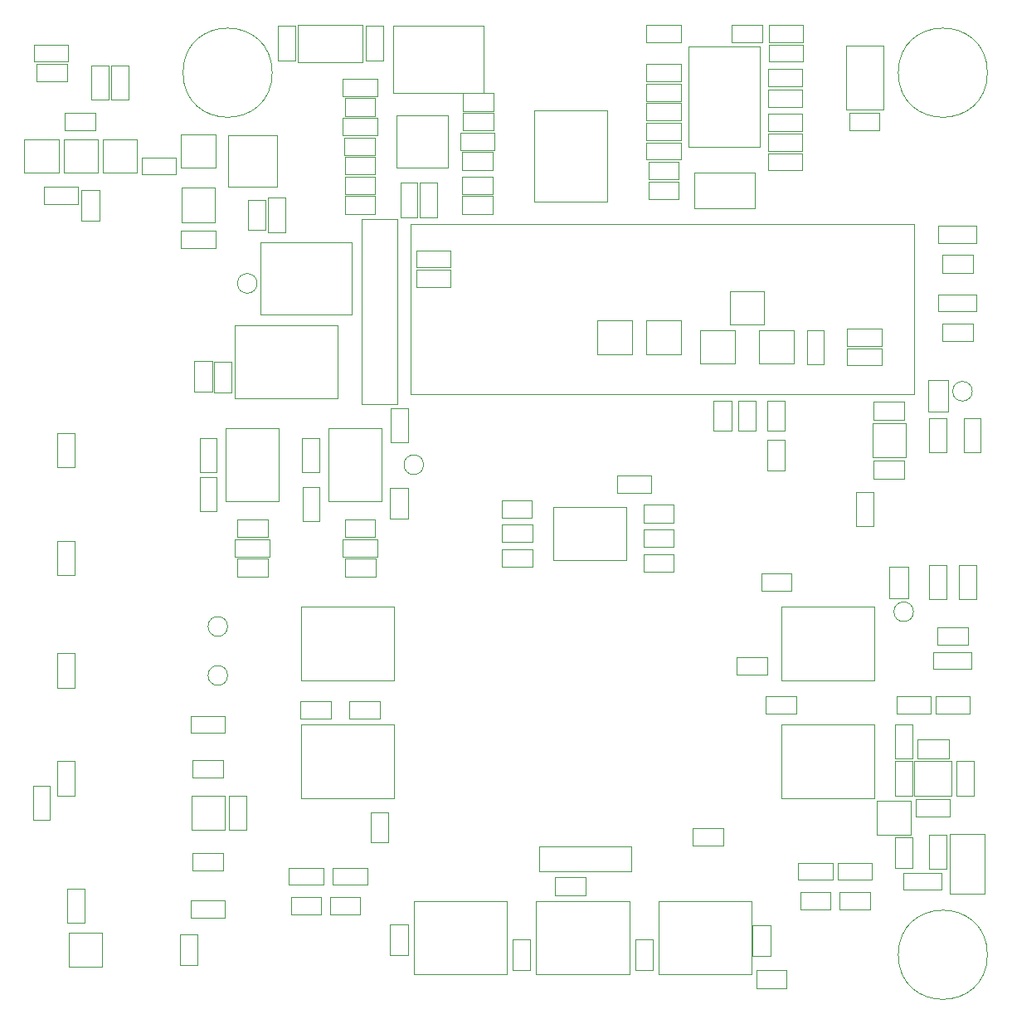
<source format=gbr>
%TF.GenerationSoftware,KiCad,Pcbnew,5.1.6*%
%TF.CreationDate,2020-08-25T15:19:02-07:00*%
%TF.ProjectId,uSDX,75534458-2e6b-4696-9361-645f70636258,2.0.3*%
%TF.SameCoordinates,Original*%
%TF.FileFunction,Other,User*%
%FSLAX46Y46*%
G04 Gerber Fmt 4.6, Leading zero omitted, Abs format (unit mm)*
G04 Created by KiCad (PCBNEW 5.1.6) date 2020-08-25 15:19:02*
%MOMM*%
%LPD*%
G01*
G04 APERTURE LIST*
%ADD10C,0.050000*%
G04 APERTURE END LIST*
D10*
%TO.C,U304*%
X72200000Y-113270000D02*
X66800000Y-113270000D01*
X72200000Y-120730000D02*
X66800000Y-120730000D01*
X72200000Y-113270000D02*
X72200000Y-120730000D01*
X66800000Y-113270000D02*
X66800000Y-120730000D01*
%TO.C,U202*%
X100270000Y-121300000D02*
X100270000Y-126700000D01*
X107730000Y-121300000D02*
X107730000Y-126700000D01*
X100270000Y-121300000D02*
X107730000Y-121300000D01*
X100270000Y-126700000D02*
X107730000Y-126700000D01*
%TO.C,U305*%
X82700000Y-113270000D02*
X77300000Y-113270000D01*
X82700000Y-120730000D02*
X77300000Y-120730000D01*
X82700000Y-113270000D02*
X82700000Y-120730000D01*
X77300000Y-113270000D02*
X77300000Y-120730000D01*
%TO.C,U201*%
X85700000Y-109800000D02*
X137050000Y-109800000D01*
X137050000Y-109800000D02*
X137050000Y-92450000D01*
X137050000Y-92450000D02*
X85700000Y-92450000D01*
X85700000Y-92450000D02*
X85700000Y-109800000D01*
%TO.C,TP306*%
X70000000Y-98500000D02*
G75*
G03*
X70000000Y-98500000I-1000000J0D01*
G01*
%TO.C,U501*%
X105700000Y-80850000D02*
X98300000Y-80850000D01*
X105700000Y-90150000D02*
X98300000Y-90150000D01*
X98300000Y-90150000D02*
X98300000Y-80850000D01*
X105700000Y-90150000D02*
X105700000Y-80850000D01*
%TO.C,H104*%
X144550000Y-167000000D02*
G75*
G03*
X144550000Y-167000000I-4550000J0D01*
G01*
%TO.C,H102*%
X71550000Y-77000000D02*
G75*
G03*
X71550000Y-77000000I-4550000J0D01*
G01*
%TO.C,H101*%
X144550000Y-77000000D02*
G75*
G03*
X144550000Y-77000000I-4550000J0D01*
G01*
%TO.C,TP202*%
X143000000Y-109500000D02*
G75*
G03*
X143000000Y-109500000I-1000000J0D01*
G01*
%TO.C,D208*%
X132800000Y-112750000D02*
X136200000Y-112750000D01*
X136200000Y-112750000D02*
X136200000Y-116250000D01*
X136200000Y-116250000D02*
X132800000Y-116250000D01*
X132800000Y-116250000D02*
X132800000Y-112750000D01*
%TO.C,C305*%
X74620000Y-117750000D02*
X74620000Y-114250000D01*
X74620000Y-117750000D02*
X76370000Y-117750000D01*
X76370000Y-114250000D02*
X74620000Y-114250000D01*
X76370000Y-114250000D02*
X76370000Y-117750000D01*
%TO.C,U203*%
X108160000Y-158480000D02*
X98840000Y-158480000D01*
X98840000Y-158480000D02*
X98840000Y-155980000D01*
X98840000Y-155980000D02*
X108160000Y-155980000D01*
X108160000Y-155980000D02*
X108160000Y-158480000D01*
%TO.C,D102*%
X136700000Y-154750000D02*
X133300000Y-154750000D01*
X133300000Y-154750000D02*
X133300000Y-151250000D01*
X133300000Y-151250000D02*
X136700000Y-151250000D01*
X136700000Y-151250000D02*
X136700000Y-154750000D01*
%TO.C,C414*%
X67130000Y-154250000D02*
X67130000Y-150750000D01*
X67130000Y-154250000D02*
X68880000Y-154250000D01*
X68880000Y-150750000D02*
X67130000Y-150750000D01*
X68880000Y-150750000D02*
X68880000Y-154250000D01*
%TO.C,C416*%
X63250000Y-142630000D02*
X66750000Y-142630000D01*
X63250000Y-142630000D02*
X63250000Y-144380000D01*
X66750000Y-144380000D02*
X66750000Y-142630000D01*
X66750000Y-144380000D02*
X63250000Y-144380000D01*
%TO.C,Q404*%
X66700000Y-150750000D02*
X66700000Y-154250000D01*
X63300000Y-150750000D02*
X66700000Y-150750000D01*
X63300000Y-154250000D02*
X63300000Y-150750000D01*
X66700000Y-154250000D02*
X63300000Y-154250000D01*
%TO.C,C422*%
X51370000Y-113750000D02*
X51370000Y-117250000D01*
X51370000Y-113750000D02*
X49620000Y-113750000D01*
X49620000Y-117250000D02*
X51370000Y-117250000D01*
X49620000Y-117250000D02*
X49620000Y-113750000D01*
%TO.C,C420*%
X51370000Y-136250000D02*
X51370000Y-139750000D01*
X51370000Y-136250000D02*
X49620000Y-136250000D01*
X49620000Y-139750000D02*
X51370000Y-139750000D01*
X49620000Y-139750000D02*
X49620000Y-136250000D01*
%TO.C,D402*%
X54200000Y-164750000D02*
X54200000Y-168250000D01*
X50800000Y-164750000D02*
X54200000Y-164750000D01*
X50800000Y-168250000D02*
X50800000Y-164750000D01*
X54200000Y-168250000D02*
X50800000Y-168250000D01*
%TO.C,U302*%
X70350000Y-94300000D02*
X70350000Y-101700000D01*
X79650000Y-94300000D02*
X79650000Y-101700000D01*
X79650000Y-101700000D02*
X70350000Y-101700000D01*
X79650000Y-94300000D02*
X70350000Y-94300000D01*
%TO.C,U301*%
X67750000Y-102800000D02*
X67750000Y-110200000D01*
X78250000Y-102800000D02*
X78250000Y-110200000D01*
X78250000Y-110200000D02*
X67750000Y-110200000D01*
X78250000Y-102800000D02*
X67750000Y-102800000D01*
%TO.C,SW209*%
X133000000Y-131750000D02*
X133000000Y-138750000D01*
X132750000Y-139000000D02*
X123750000Y-139000000D01*
X123500000Y-138750000D02*
X123500000Y-131750000D01*
X123750000Y-131500000D02*
X132750000Y-131500000D01*
X123500000Y-139000000D02*
X123750000Y-139000000D01*
X123500000Y-138750000D02*
X123500000Y-139000000D01*
X123500000Y-131500000D02*
X123750000Y-131500000D01*
X123500000Y-131750000D02*
X123500000Y-131500000D01*
X133000000Y-131500000D02*
X133000000Y-131750000D01*
X132750000Y-131500000D02*
X133000000Y-131500000D01*
X133000000Y-139000000D02*
X133000000Y-138750000D01*
X132750000Y-139000000D02*
X133000000Y-139000000D01*
%TO.C,SW208*%
X133000000Y-143750000D02*
X133000000Y-150750000D01*
X132750000Y-151000000D02*
X123750000Y-151000000D01*
X123500000Y-150750000D02*
X123500000Y-143750000D01*
X123750000Y-143500000D02*
X132750000Y-143500000D01*
X123500000Y-151000000D02*
X123750000Y-151000000D01*
X123500000Y-150750000D02*
X123500000Y-151000000D01*
X123500000Y-143500000D02*
X123750000Y-143500000D01*
X123500000Y-143750000D02*
X123500000Y-143500000D01*
X133000000Y-143500000D02*
X133000000Y-143750000D01*
X132750000Y-143500000D02*
X133000000Y-143500000D01*
X133000000Y-151000000D02*
X133000000Y-150750000D01*
X132750000Y-151000000D02*
X133000000Y-151000000D01*
%TO.C,SW207*%
X120500000Y-161750000D02*
X120500000Y-168750000D01*
X120250000Y-169000000D02*
X111250000Y-169000000D01*
X111000000Y-168750000D02*
X111000000Y-161750000D01*
X111250000Y-161500000D02*
X120250000Y-161500000D01*
X111000000Y-169000000D02*
X111250000Y-169000000D01*
X111000000Y-168750000D02*
X111000000Y-169000000D01*
X111000000Y-161500000D02*
X111250000Y-161500000D01*
X111000000Y-161750000D02*
X111000000Y-161500000D01*
X120500000Y-161500000D02*
X120500000Y-161750000D01*
X120250000Y-161500000D02*
X120500000Y-161500000D01*
X120500000Y-169000000D02*
X120500000Y-168750000D01*
X120250000Y-169000000D02*
X120500000Y-169000000D01*
%TO.C,SW206*%
X108000000Y-161750000D02*
X108000000Y-168750000D01*
X107750000Y-169000000D02*
X98750000Y-169000000D01*
X98500000Y-168750000D02*
X98500000Y-161750000D01*
X98750000Y-161500000D02*
X107750000Y-161500000D01*
X98500000Y-169000000D02*
X98750000Y-169000000D01*
X98500000Y-168750000D02*
X98500000Y-169000000D01*
X98500000Y-161500000D02*
X98750000Y-161500000D01*
X98500000Y-161750000D02*
X98500000Y-161500000D01*
X108000000Y-161500000D02*
X108000000Y-161750000D01*
X107750000Y-161500000D02*
X108000000Y-161500000D01*
X108000000Y-169000000D02*
X108000000Y-168750000D01*
X107750000Y-169000000D02*
X108000000Y-169000000D01*
%TO.C,SW205*%
X95500000Y-161750000D02*
X95500000Y-168750000D01*
X95250000Y-169000000D02*
X86250000Y-169000000D01*
X86000000Y-168750000D02*
X86000000Y-161750000D01*
X86250000Y-161500000D02*
X95250000Y-161500000D01*
X86000000Y-169000000D02*
X86250000Y-169000000D01*
X86000000Y-168750000D02*
X86000000Y-169000000D01*
X86000000Y-161500000D02*
X86250000Y-161500000D01*
X86000000Y-161750000D02*
X86000000Y-161500000D01*
X95500000Y-161500000D02*
X95500000Y-161750000D01*
X95250000Y-161500000D02*
X95500000Y-161500000D01*
X95500000Y-169000000D02*
X95500000Y-168750000D01*
X95250000Y-169000000D02*
X95500000Y-169000000D01*
%TO.C,SW204*%
X84000000Y-143750000D02*
X84000000Y-150750000D01*
X83750000Y-151000000D02*
X74750000Y-151000000D01*
X74500000Y-150750000D02*
X74500000Y-143750000D01*
X74750000Y-143500000D02*
X83750000Y-143500000D01*
X74500000Y-151000000D02*
X74750000Y-151000000D01*
X74500000Y-150750000D02*
X74500000Y-151000000D01*
X74500000Y-143500000D02*
X74750000Y-143500000D01*
X74500000Y-143750000D02*
X74500000Y-143500000D01*
X84000000Y-143500000D02*
X84000000Y-143750000D01*
X83750000Y-143500000D02*
X84000000Y-143500000D01*
X84000000Y-151000000D02*
X84000000Y-150750000D01*
X83750000Y-151000000D02*
X84000000Y-151000000D01*
%TO.C,SW203*%
X84000000Y-131750000D02*
X84000000Y-138750000D01*
X83750000Y-139000000D02*
X74750000Y-139000000D01*
X74500000Y-138750000D02*
X74500000Y-131750000D01*
X74750000Y-131500000D02*
X83750000Y-131500000D01*
X74500000Y-139000000D02*
X74750000Y-139000000D01*
X74500000Y-138750000D02*
X74500000Y-139000000D01*
X74500000Y-131500000D02*
X74750000Y-131500000D01*
X74500000Y-131750000D02*
X74500000Y-131500000D01*
X84000000Y-131500000D02*
X84000000Y-131750000D01*
X83750000Y-131500000D02*
X84000000Y-131500000D01*
X84000000Y-139000000D02*
X84000000Y-138750000D01*
X83750000Y-139000000D02*
X84000000Y-139000000D01*
%TO.C,RV301*%
X72080000Y-88650000D02*
X72080000Y-83350000D01*
X67030000Y-88650000D02*
X72080000Y-88650000D01*
X67030000Y-83350000D02*
X67030000Y-88650000D01*
X72080000Y-83350000D02*
X67030000Y-83350000D01*
%TO.C,R232*%
X122050000Y-138400000D02*
X118950000Y-138400000D01*
X122050000Y-138400000D02*
X122050000Y-136600000D01*
X118950000Y-136600000D02*
X118950000Y-138400000D01*
X118950000Y-136600000D02*
X122050000Y-136600000D01*
%TO.C,R231*%
X125050000Y-142400000D02*
X121950000Y-142400000D01*
X125050000Y-142400000D02*
X125050000Y-140600000D01*
X121950000Y-140600000D02*
X121950000Y-142400000D01*
X121950000Y-140600000D02*
X125050000Y-140600000D01*
%TO.C,R230*%
X120950000Y-168600000D02*
X124050000Y-168600000D01*
X120950000Y-168600000D02*
X120950000Y-170400000D01*
X124050000Y-170400000D02*
X124050000Y-168600000D01*
X124050000Y-170400000D02*
X120950000Y-170400000D01*
%TO.C,R229*%
X110400000Y-165450000D02*
X110400000Y-168550000D01*
X110400000Y-165450000D02*
X108600000Y-165450000D01*
X108600000Y-168550000D02*
X110400000Y-168550000D01*
X108600000Y-168550000D02*
X108600000Y-165450000D01*
%TO.C,R228*%
X74450000Y-141100000D02*
X77550000Y-141100000D01*
X74450000Y-141100000D02*
X74450000Y-142900000D01*
X77550000Y-142900000D02*
X77550000Y-141100000D01*
X77550000Y-142900000D02*
X74450000Y-142900000D01*
%TO.C,R227*%
X124550000Y-129900000D02*
X121450000Y-129900000D01*
X124550000Y-129900000D02*
X124550000Y-128100000D01*
X121450000Y-128100000D02*
X121450000Y-129900000D01*
X121450000Y-128100000D02*
X124550000Y-128100000D01*
%TO.C,D401*%
X62300000Y-92250000D02*
X62300000Y-88750000D01*
X65700000Y-92250000D02*
X62300000Y-92250000D01*
X65700000Y-88750000D02*
X65700000Y-92250000D01*
X62300000Y-88750000D02*
X65700000Y-88750000D01*
%TO.C,D301*%
X62250000Y-83300000D02*
X65750000Y-83300000D01*
X62250000Y-86700000D02*
X62250000Y-83300000D01*
X65750000Y-86700000D02*
X62250000Y-86700000D01*
X65750000Y-83300000D02*
X65750000Y-86700000D01*
%TO.C,D207*%
X109750000Y-102300000D02*
X113250000Y-102300000D01*
X109750000Y-105700000D02*
X109750000Y-102300000D01*
X113250000Y-105700000D02*
X109750000Y-105700000D01*
X113250000Y-102300000D02*
X113250000Y-105700000D01*
%TO.C,D206*%
X104750000Y-102300000D02*
X108250000Y-102300000D01*
X104750000Y-105700000D02*
X104750000Y-102300000D01*
X108250000Y-105700000D02*
X104750000Y-105700000D01*
X108250000Y-102300000D02*
X108250000Y-105700000D01*
%TO.C,D205*%
X118250000Y-99300000D02*
X121750000Y-99300000D01*
X118250000Y-102700000D02*
X118250000Y-99300000D01*
X121750000Y-102700000D02*
X118250000Y-102700000D01*
X121750000Y-99300000D02*
X121750000Y-102700000D01*
%TO.C,D204*%
X115250000Y-103300000D02*
X118750000Y-103300000D01*
X115250000Y-106700000D02*
X115250000Y-103300000D01*
X118750000Y-106700000D02*
X115250000Y-106700000D01*
X118750000Y-103300000D02*
X118750000Y-106700000D01*
%TO.C,D203*%
X143450000Y-101350000D02*
X139550000Y-101350000D01*
X143450000Y-99650000D02*
X143450000Y-101350000D01*
X139550000Y-99650000D02*
X143450000Y-99650000D01*
X139550000Y-101350000D02*
X139550000Y-99650000D01*
%TO.C,D202*%
X143450000Y-94350000D02*
X139550000Y-94350000D01*
X143450000Y-92650000D02*
X143450000Y-94350000D01*
X139550000Y-92650000D02*
X143450000Y-92650000D01*
X139550000Y-94350000D02*
X139550000Y-92650000D01*
%TO.C,D201*%
X121250000Y-103300000D02*
X124750000Y-103300000D01*
X121250000Y-106700000D02*
X121250000Y-103300000D01*
X124750000Y-106700000D02*
X121250000Y-106700000D01*
X124750000Y-103300000D02*
X124750000Y-106700000D01*
%TO.C,D104*%
X142950000Y-137850000D02*
X139050000Y-137850000D01*
X142950000Y-136150000D02*
X142950000Y-137850000D01*
X139050000Y-136150000D02*
X142950000Y-136150000D01*
X139050000Y-137850000D02*
X139050000Y-136150000D01*
%TO.C,D103*%
X135950000Y-158650000D02*
X139850000Y-158650000D01*
X135950000Y-160350000D02*
X135950000Y-158650000D01*
X139850000Y-160350000D02*
X135950000Y-160350000D01*
X139850000Y-158650000D02*
X139850000Y-160350000D01*
%TO.C,C212*%
X140370000Y-127250000D02*
X140370000Y-130750000D01*
X140370000Y-127250000D02*
X138620000Y-127250000D01*
X138620000Y-130750000D02*
X140370000Y-130750000D01*
X138620000Y-130750000D02*
X138620000Y-127250000D01*
%TO.C,C208*%
X86250000Y-95130000D02*
X89750000Y-95130000D01*
X86250000Y-95130000D02*
X86250000Y-96880000D01*
X89750000Y-96880000D02*
X89750000Y-95130000D01*
X89750000Y-96880000D02*
X86250000Y-96880000D01*
%TO.C,TP310*%
X87000000Y-117000000D02*
G75*
G03*
X87000000Y-117000000I-1000000J0D01*
G01*
%TO.C,R307*%
X82100000Y-128400000D02*
X79000000Y-128400000D01*
X82100000Y-128400000D02*
X82100000Y-126600000D01*
X79000000Y-126600000D02*
X79000000Y-128400000D01*
X79000000Y-126600000D02*
X82100000Y-126600000D01*
%TO.C,R306*%
X71100000Y-128400000D02*
X68000000Y-128400000D01*
X71100000Y-128400000D02*
X71100000Y-126600000D01*
X68000000Y-126600000D02*
X68000000Y-128400000D01*
X68000000Y-126600000D02*
X71100000Y-126600000D01*
%TO.C,R305*%
X82050000Y-124400000D02*
X78950000Y-124400000D01*
X82050000Y-124400000D02*
X82050000Y-122600000D01*
X78950000Y-122600000D02*
X78950000Y-124400000D01*
X78950000Y-122600000D02*
X82050000Y-122600000D01*
%TO.C,R304*%
X71100000Y-124400000D02*
X68000000Y-124400000D01*
X71100000Y-124400000D02*
X71100000Y-122600000D01*
X68000000Y-122600000D02*
X68000000Y-124400000D01*
X68000000Y-122600000D02*
X71100000Y-122600000D01*
%TO.C,R303*%
X70900000Y-89950000D02*
X70900000Y-93050000D01*
X70900000Y-89950000D02*
X69100000Y-89950000D01*
X69100000Y-93050000D02*
X70900000Y-93050000D01*
X69100000Y-93050000D02*
X69100000Y-89950000D01*
%TO.C,R302*%
X67400000Y-106500000D02*
X67400000Y-109600000D01*
X67400000Y-106500000D02*
X65600000Y-106500000D01*
X65600000Y-109600000D02*
X67400000Y-109600000D01*
X65600000Y-109600000D02*
X65600000Y-106500000D01*
%TO.C,R301*%
X63600000Y-109550000D02*
X63600000Y-106450000D01*
X63600000Y-109550000D02*
X65400000Y-109550000D01*
X65400000Y-106450000D02*
X63600000Y-106450000D01*
X65400000Y-106450000D02*
X65400000Y-109550000D01*
%TO.C,J301*%
X84300000Y-110800000D02*
X84300000Y-91950000D01*
X84300000Y-91950000D02*
X80700000Y-91950000D01*
X80700000Y-91950000D02*
X80700000Y-110800000D01*
X80700000Y-110800000D02*
X84300000Y-110800000D01*
%TO.C,FB301*%
X85400000Y-119400000D02*
X85400000Y-122500000D01*
X85400000Y-119400000D02*
X83600000Y-119400000D01*
X83600000Y-122500000D02*
X85400000Y-122500000D01*
X83600000Y-122500000D02*
X83600000Y-119400000D01*
%TO.C,C309*%
X85380000Y-111250000D02*
X85380000Y-114750000D01*
X85380000Y-111250000D02*
X83630000Y-111250000D01*
X83630000Y-114750000D02*
X85380000Y-114750000D01*
X83630000Y-114750000D02*
X83630000Y-111250000D01*
%TO.C,C308*%
X78750000Y-124620000D02*
X82250000Y-124620000D01*
X78750000Y-124620000D02*
X78750000Y-126370000D01*
X82250000Y-126370000D02*
X82250000Y-124620000D01*
X82250000Y-126370000D02*
X78750000Y-126370000D01*
%TO.C,C307*%
X67750000Y-124620000D02*
X71250000Y-124620000D01*
X67750000Y-124620000D02*
X67750000Y-126370000D01*
X71250000Y-126370000D02*
X71250000Y-124620000D01*
X71250000Y-126370000D02*
X67750000Y-126370000D01*
%TO.C,C304*%
X65880000Y-114250000D02*
X65880000Y-117750000D01*
X65880000Y-114250000D02*
X64130000Y-114250000D01*
X64130000Y-117750000D02*
X65880000Y-117750000D01*
X64130000Y-117750000D02*
X64130000Y-114250000D01*
%TO.C,C303*%
X76380000Y-119250000D02*
X76380000Y-122750000D01*
X76380000Y-119250000D02*
X74630000Y-119250000D01*
X74630000Y-122750000D02*
X76380000Y-122750000D01*
X74630000Y-122750000D02*
X74630000Y-119250000D01*
%TO.C,C302*%
X65880000Y-118250000D02*
X65880000Y-121750000D01*
X65880000Y-118250000D02*
X64130000Y-118250000D01*
X64130000Y-121750000D02*
X65880000Y-121750000D01*
X64130000Y-121750000D02*
X64130000Y-118250000D01*
%TO.C,C301*%
X71120000Y-93250000D02*
X71120000Y-89750000D01*
X71120000Y-93250000D02*
X72870000Y-93250000D01*
X72870000Y-89750000D02*
X71120000Y-89750000D01*
X72870000Y-89750000D02*
X72870000Y-93250000D01*
%TO.C,TP201*%
X137000000Y-132000000D02*
G75*
G03*
X137000000Y-132000000I-1000000J0D01*
G01*
%TO.C,R226*%
X129450000Y-160600000D02*
X132550000Y-160600000D01*
X129450000Y-160600000D02*
X129450000Y-162400000D01*
X132550000Y-162400000D02*
X132550000Y-160600000D01*
X132550000Y-162400000D02*
X129450000Y-162400000D01*
%TO.C,R225*%
X128550000Y-162400000D02*
X125450000Y-162400000D01*
X128550000Y-162400000D02*
X128550000Y-160600000D01*
X125450000Y-160600000D02*
X125450000Y-162400000D01*
X125450000Y-160600000D02*
X128550000Y-160600000D01*
%TO.C,R224*%
X97900000Y-165450000D02*
X97900000Y-168550000D01*
X97900000Y-165450000D02*
X96100000Y-165450000D01*
X96100000Y-168550000D02*
X97900000Y-168550000D01*
X96100000Y-168550000D02*
X96100000Y-165450000D01*
%TO.C,R223*%
X83600000Y-167000000D02*
X83600000Y-163900000D01*
X83600000Y-167000000D02*
X85400000Y-167000000D01*
X85400000Y-163900000D02*
X83600000Y-163900000D01*
X85400000Y-163900000D02*
X85400000Y-167000000D01*
%TO.C,R222*%
X82550000Y-142900000D02*
X79450000Y-142900000D01*
X82550000Y-142900000D02*
X82550000Y-141100000D01*
X79450000Y-141100000D02*
X79450000Y-142900000D01*
X79450000Y-141100000D02*
X82550000Y-141100000D01*
%TO.C,R221*%
X81600000Y-155550000D02*
X81600000Y-152450000D01*
X81600000Y-155550000D02*
X83400000Y-155550000D01*
X83400000Y-152450000D02*
X81600000Y-152450000D01*
X83400000Y-152450000D02*
X83400000Y-155550000D01*
%TO.C,R220*%
X122400000Y-164000000D02*
X122400000Y-167100000D01*
X122400000Y-164000000D02*
X120600000Y-164000000D01*
X120600000Y-167100000D02*
X122400000Y-167100000D01*
X120600000Y-167100000D02*
X120600000Y-164000000D01*
%TO.C,R219*%
X80550000Y-162900000D02*
X77450000Y-162900000D01*
X80550000Y-162900000D02*
X80550000Y-161100000D01*
X77450000Y-161100000D02*
X77450000Y-162900000D01*
X77450000Y-161100000D02*
X80550000Y-161100000D01*
%TO.C,R218*%
X73450000Y-161100000D02*
X76550000Y-161100000D01*
X73450000Y-161100000D02*
X73450000Y-162900000D01*
X76550000Y-162900000D02*
X76550000Y-161100000D01*
X76550000Y-162900000D02*
X73450000Y-162900000D01*
%TO.C,R217*%
X100400000Y-159100000D02*
X103500000Y-159100000D01*
X100400000Y-159100000D02*
X100400000Y-160900000D01*
X103500000Y-160900000D02*
X103500000Y-159100000D01*
X103500000Y-160900000D02*
X100400000Y-160900000D01*
%TO.C,R216*%
X114500000Y-154100000D02*
X117600000Y-154100000D01*
X114500000Y-154100000D02*
X114500000Y-155900000D01*
X117600000Y-155900000D02*
X117600000Y-154100000D01*
X117600000Y-155900000D02*
X114500000Y-155900000D01*
%TO.C,R215*%
X136050000Y-112400000D02*
X132950000Y-112400000D01*
X136050000Y-112400000D02*
X136050000Y-110600000D01*
X132950000Y-110600000D02*
X132950000Y-112400000D01*
X132950000Y-110600000D02*
X136050000Y-110600000D01*
%TO.C,R214*%
X132950000Y-116600000D02*
X136050000Y-116600000D01*
X132950000Y-116600000D02*
X132950000Y-118400000D01*
X136050000Y-118400000D02*
X136050000Y-116600000D01*
X136050000Y-118400000D02*
X132950000Y-118400000D01*
%TO.C,R213*%
X109450000Y-121100000D02*
X112550000Y-121100000D01*
X109450000Y-121100000D02*
X109450000Y-122900000D01*
X112550000Y-122900000D02*
X112550000Y-121100000D01*
X112550000Y-122900000D02*
X109450000Y-122900000D01*
%TO.C,R212*%
X98050000Y-122400000D02*
X94950000Y-122400000D01*
X98050000Y-122400000D02*
X98050000Y-120600000D01*
X94950000Y-120600000D02*
X94950000Y-122400000D01*
X94950000Y-120600000D02*
X98050000Y-120600000D01*
%TO.C,R211*%
X109450000Y-123600000D02*
X112550000Y-123600000D01*
X109450000Y-123600000D02*
X109450000Y-125400000D01*
X112550000Y-125400000D02*
X112550000Y-123600000D01*
X112550000Y-125400000D02*
X109450000Y-125400000D01*
%TO.C,R210*%
X98100000Y-124900000D02*
X95000000Y-124900000D01*
X98100000Y-124900000D02*
X98100000Y-123100000D01*
X95000000Y-123100000D02*
X95000000Y-124900000D01*
X95000000Y-123100000D02*
X98100000Y-123100000D01*
%TO.C,R209*%
X112550000Y-127900000D02*
X109450000Y-127900000D01*
X112550000Y-127900000D02*
X112550000Y-126100000D01*
X109450000Y-126100000D02*
X109450000Y-127900000D01*
X109450000Y-126100000D02*
X112550000Y-126100000D01*
%TO.C,R208*%
X120900000Y-110450000D02*
X120900000Y-113550000D01*
X120900000Y-110450000D02*
X119100000Y-110450000D01*
X119100000Y-113550000D02*
X120900000Y-113550000D01*
X119100000Y-113550000D02*
X119100000Y-110450000D01*
%TO.C,R207*%
X118400000Y-110450000D02*
X118400000Y-113550000D01*
X118400000Y-110450000D02*
X116600000Y-110450000D01*
X116600000Y-113550000D02*
X118400000Y-113550000D01*
X116600000Y-113550000D02*
X116600000Y-110450000D01*
%TO.C,R206*%
X95000000Y-125600000D02*
X98100000Y-125600000D01*
X95000000Y-125600000D02*
X95000000Y-127400000D01*
X98100000Y-127400000D02*
X98100000Y-125600000D01*
X98100000Y-127400000D02*
X95000000Y-127400000D01*
%TO.C,R205*%
X143050000Y-104400000D02*
X139950000Y-104400000D01*
X143050000Y-104400000D02*
X143050000Y-102600000D01*
X139950000Y-102600000D02*
X139950000Y-104400000D01*
X139950000Y-102600000D02*
X143050000Y-102600000D01*
%TO.C,R204*%
X50600000Y-77900000D02*
X47500000Y-77900000D01*
X50600000Y-77900000D02*
X50600000Y-76100000D01*
X47500000Y-76100000D02*
X47500000Y-77900000D01*
X47500000Y-76100000D02*
X50600000Y-76100000D01*
%TO.C,R203*%
X143050000Y-97400000D02*
X139950000Y-97400000D01*
X143050000Y-97400000D02*
X143050000Y-95600000D01*
X139950000Y-95600000D02*
X139950000Y-97400000D01*
X139950000Y-95600000D02*
X143050000Y-95600000D01*
%TO.C,R202*%
X122100000Y-113550000D02*
X122100000Y-110450000D01*
X122100000Y-113550000D02*
X123900000Y-113550000D01*
X123900000Y-110450000D02*
X122100000Y-110450000D01*
X123900000Y-110450000D02*
X123900000Y-113550000D01*
%TO.C,R201*%
X122100000Y-117550000D02*
X122100000Y-114450000D01*
X122100000Y-117550000D02*
X123900000Y-117550000D01*
X123900000Y-114450000D02*
X122100000Y-114450000D01*
X123900000Y-114450000D02*
X123900000Y-117550000D01*
%TO.C,L202*%
X138500000Y-111550000D02*
X138500000Y-108350000D01*
X140500000Y-111550000D02*
X140500000Y-108350000D01*
X138500000Y-111550000D02*
X140500000Y-111550000D01*
X138500000Y-108350000D02*
X140500000Y-108350000D01*
%TO.C,L201*%
X134500000Y-130600000D02*
X134500000Y-127400000D01*
X136500000Y-130600000D02*
X136500000Y-127400000D01*
X134500000Y-130600000D02*
X136500000Y-130600000D01*
X134500000Y-127400000D02*
X136500000Y-127400000D01*
%TO.C,J201*%
X114660000Y-90800000D02*
X120810000Y-90800000D01*
X120810000Y-90800000D02*
X120810000Y-87200000D01*
X120810000Y-87200000D02*
X114660000Y-87200000D01*
X114660000Y-87200000D02*
X114660000Y-90800000D01*
%TO.C,C216*%
X140380000Y-112250000D02*
X140380000Y-115750000D01*
X140380000Y-112250000D02*
X138630000Y-112250000D01*
X138630000Y-115750000D02*
X140380000Y-115750000D01*
X138630000Y-115750000D02*
X138630000Y-112250000D01*
%TO.C,C215*%
X142120000Y-115750000D02*
X142120000Y-112250000D01*
X142120000Y-115750000D02*
X143870000Y-115750000D01*
X143870000Y-112250000D02*
X142120000Y-112250000D01*
X143870000Y-112250000D02*
X143870000Y-115750000D01*
%TO.C,C214*%
X77750000Y-158120000D02*
X81250000Y-158120000D01*
X77750000Y-158120000D02*
X77750000Y-159870000D01*
X81250000Y-159870000D02*
X81250000Y-158120000D01*
X81250000Y-159870000D02*
X77750000Y-159870000D01*
%TO.C,C213*%
X73250000Y-158120000D02*
X76750000Y-158120000D01*
X73250000Y-158120000D02*
X73250000Y-159870000D01*
X76750000Y-159870000D02*
X76750000Y-158120000D01*
X76750000Y-159870000D02*
X73250000Y-159870000D01*
%TO.C,C211*%
X143380000Y-127250000D02*
X143380000Y-130750000D01*
X143380000Y-127250000D02*
X141630000Y-127250000D01*
X141630000Y-130750000D02*
X143380000Y-130750000D01*
X141630000Y-130750000D02*
X141630000Y-127250000D01*
%TO.C,C210*%
X132880000Y-119750000D02*
X132880000Y-123250000D01*
X132880000Y-119750000D02*
X131130000Y-119750000D01*
X131130000Y-123250000D02*
X132880000Y-123250000D01*
X131130000Y-123250000D02*
X131130000Y-119750000D01*
%TO.C,C209*%
X106750000Y-118120000D02*
X110250000Y-118120000D01*
X106750000Y-118120000D02*
X106750000Y-119870000D01*
X110250000Y-119870000D02*
X110250000Y-118120000D01*
X110250000Y-119870000D02*
X106750000Y-119870000D01*
%TO.C,C207*%
X89750000Y-98880000D02*
X86250000Y-98880000D01*
X89750000Y-98880000D02*
X89750000Y-97130000D01*
X86250000Y-97130000D02*
X86250000Y-98880000D01*
X86250000Y-97130000D02*
X89750000Y-97130000D01*
%TO.C,C206*%
X47250000Y-74120000D02*
X50750000Y-74120000D01*
X47250000Y-74120000D02*
X47250000Y-75870000D01*
X50750000Y-75870000D02*
X50750000Y-74120000D01*
X50750000Y-75870000D02*
X47250000Y-75870000D01*
%TO.C,C205*%
X127880000Y-103250000D02*
X127880000Y-106750000D01*
X127880000Y-103250000D02*
X126130000Y-103250000D01*
X126130000Y-106750000D02*
X127880000Y-106750000D01*
X126130000Y-106750000D02*
X126130000Y-103250000D01*
%TO.C,C204*%
X133750000Y-104880000D02*
X130250000Y-104880000D01*
X133750000Y-104880000D02*
X133750000Y-103130000D01*
X130250000Y-103130000D02*
X130250000Y-104880000D01*
X130250000Y-103130000D02*
X133750000Y-103130000D01*
%TO.C,C203*%
X129250000Y-157620000D02*
X132750000Y-157620000D01*
X129250000Y-157620000D02*
X129250000Y-159370000D01*
X132750000Y-159370000D02*
X132750000Y-157620000D01*
X132750000Y-159370000D02*
X129250000Y-159370000D01*
%TO.C,C202*%
X133750000Y-106880000D02*
X130250000Y-106880000D01*
X133750000Y-106880000D02*
X133750000Y-105130000D01*
X130250000Y-105130000D02*
X130250000Y-106880000D01*
X130250000Y-105130000D02*
X133750000Y-105130000D01*
%TO.C,C201*%
X125250000Y-157620000D02*
X128750000Y-157620000D01*
X125250000Y-157620000D02*
X125250000Y-159370000D01*
X128750000Y-159370000D02*
X128750000Y-157620000D01*
X128750000Y-159370000D02*
X125250000Y-159370000D01*
%TO.C,Y502*%
X74200000Y-75900000D02*
X80800000Y-75900000D01*
X74200000Y-72100000D02*
X74200000Y-75900000D01*
X80800000Y-72100000D02*
X74200000Y-72100000D01*
X80800000Y-75900000D02*
X80800000Y-72100000D01*
%TO.C,Y501*%
X133900000Y-80800000D02*
X133900000Y-74200000D01*
X130100000Y-80800000D02*
X133900000Y-80800000D01*
X130100000Y-74200000D02*
X130100000Y-80800000D01*
X133900000Y-74200000D02*
X130100000Y-74200000D01*
%TO.C,U503*%
X84200000Y-86650000D02*
X89500000Y-86650000D01*
X84200000Y-81350000D02*
X89500000Y-81350000D01*
X89500000Y-81350000D02*
X89500000Y-86650000D01*
X84200000Y-81350000D02*
X84200000Y-86650000D01*
%TO.C,U502*%
X114020000Y-84605000D02*
X121320000Y-84605000D01*
X114020000Y-74305000D02*
X121320000Y-74305000D01*
X121320000Y-74305000D02*
X121320000Y-84605000D01*
X114020000Y-74305000D02*
X114020000Y-84605000D01*
%TO.C,U101*%
X137100000Y-147200000D02*
X137100000Y-150800000D01*
X137100000Y-150800000D02*
X140900000Y-150800000D01*
X140900000Y-150800000D02*
X140900000Y-147200000D01*
X140900000Y-147200000D02*
X137100000Y-147200000D01*
%TO.C,TP402*%
X67000000Y-138500000D02*
G75*
G03*
X67000000Y-138500000I-1000000J0D01*
G01*
%TO.C,TP401*%
X67000000Y-133500000D02*
G75*
G03*
X67000000Y-133500000I-1000000J0D01*
G01*
%TO.C,TH401*%
X53500000Y-82900000D02*
X50400000Y-82900000D01*
X53500000Y-82900000D02*
X53500000Y-81100000D01*
X50400000Y-81100000D02*
X50400000Y-82900000D01*
X50400000Y-81100000D02*
X53500000Y-81100000D01*
%TO.C,R514*%
X78900000Y-83600000D02*
X82000000Y-83600000D01*
X78900000Y-83600000D02*
X78900000Y-85400000D01*
X82000000Y-85400000D02*
X82000000Y-83600000D01*
X82000000Y-85400000D02*
X78900000Y-85400000D01*
%TO.C,R513*%
X78950000Y-87600000D02*
X82050000Y-87600000D01*
X78950000Y-87600000D02*
X78950000Y-89400000D01*
X82050000Y-89400000D02*
X82050000Y-87600000D01*
X82050000Y-89400000D02*
X78950000Y-89400000D01*
%TO.C,R512*%
X82050000Y-81400000D02*
X78950000Y-81400000D01*
X82050000Y-81400000D02*
X82050000Y-79600000D01*
X78950000Y-79600000D02*
X78950000Y-81400000D01*
X78950000Y-79600000D02*
X82050000Y-79600000D01*
%TO.C,R511*%
X78950000Y-85600000D02*
X82050000Y-85600000D01*
X78950000Y-85600000D02*
X78950000Y-87400000D01*
X82050000Y-87400000D02*
X82050000Y-85600000D01*
X82050000Y-87400000D02*
X78950000Y-87400000D01*
%TO.C,R510*%
X78950000Y-89600000D02*
X82050000Y-89600000D01*
X78950000Y-89600000D02*
X78950000Y-91400000D01*
X82050000Y-91400000D02*
X82050000Y-89600000D01*
X82050000Y-91400000D02*
X78950000Y-91400000D01*
%TO.C,R509*%
X94050000Y-86900000D02*
X90950000Y-86900000D01*
X94050000Y-86900000D02*
X94050000Y-85100000D01*
X90950000Y-85100000D02*
X90950000Y-86900000D01*
X90950000Y-85100000D02*
X94050000Y-85100000D01*
%TO.C,R508*%
X90950000Y-89600000D02*
X94050000Y-89600000D01*
X90950000Y-89600000D02*
X90950000Y-91400000D01*
X94050000Y-91400000D02*
X94050000Y-89600000D01*
X94050000Y-91400000D02*
X90950000Y-91400000D01*
%TO.C,R507*%
X94050000Y-89400000D02*
X90950000Y-89400000D01*
X94050000Y-89400000D02*
X94050000Y-87600000D01*
X90950000Y-87600000D02*
X90950000Y-89400000D01*
X90950000Y-87600000D02*
X94050000Y-87600000D01*
%TO.C,R506*%
X94100000Y-80900000D02*
X91000000Y-80900000D01*
X94100000Y-80900000D02*
X94100000Y-79100000D01*
X91000000Y-79100000D02*
X91000000Y-80900000D01*
X91000000Y-79100000D02*
X94100000Y-79100000D01*
%TO.C,R505*%
X94100000Y-82900000D02*
X91000000Y-82900000D01*
X94100000Y-82900000D02*
X94100000Y-81100000D01*
X91000000Y-81100000D02*
X91000000Y-82900000D01*
X91000000Y-81100000D02*
X94100000Y-81100000D01*
%TO.C,R504*%
X133550000Y-82900000D02*
X130450000Y-82900000D01*
X133550000Y-82900000D02*
X133550000Y-81100000D01*
X130450000Y-81100000D02*
X130450000Y-82900000D01*
X130450000Y-81100000D02*
X133550000Y-81100000D01*
%TO.C,R503*%
X118450000Y-72100000D02*
X121550000Y-72100000D01*
X118450000Y-72100000D02*
X118450000Y-73900000D01*
X121550000Y-73900000D02*
X121550000Y-72100000D01*
X121550000Y-73900000D02*
X118450000Y-73900000D01*
%TO.C,R502*%
X113050000Y-87900000D02*
X109950000Y-87900000D01*
X113050000Y-87900000D02*
X113050000Y-86100000D01*
X109950000Y-86100000D02*
X109950000Y-87900000D01*
X109950000Y-86100000D02*
X113050000Y-86100000D01*
%TO.C,R501*%
X113050000Y-89900000D02*
X109950000Y-89900000D01*
X113050000Y-89900000D02*
X113050000Y-88100000D01*
X109950000Y-88100000D02*
X109950000Y-89900000D01*
X109950000Y-88100000D02*
X113050000Y-88100000D01*
%TO.C,R404*%
X63450000Y-156600000D02*
X66550000Y-156600000D01*
X63450000Y-156600000D02*
X63450000Y-158400000D01*
X66550000Y-158400000D02*
X66550000Y-156600000D01*
X66550000Y-158400000D02*
X63450000Y-158400000D01*
%TO.C,R403*%
X63400000Y-147100000D02*
X66500000Y-147100000D01*
X63400000Y-147100000D02*
X63400000Y-148900000D01*
X66500000Y-148900000D02*
X66500000Y-147100000D01*
X66500000Y-148900000D02*
X63400000Y-148900000D01*
%TO.C,R402*%
X63900000Y-164950000D02*
X63900000Y-168050000D01*
X63900000Y-164950000D02*
X62100000Y-164950000D01*
X62100000Y-168050000D02*
X63900000Y-168050000D01*
X62100000Y-168050000D02*
X62100000Y-164950000D01*
%TO.C,R401*%
X53900000Y-89000000D02*
X53900000Y-92100000D01*
X53900000Y-89000000D02*
X52100000Y-89000000D01*
X52100000Y-92100000D02*
X53900000Y-92100000D01*
X52100000Y-92100000D02*
X52100000Y-89000000D01*
%TO.C,R102*%
X139450000Y-133600000D02*
X142550000Y-133600000D01*
X139450000Y-133600000D02*
X139450000Y-135400000D01*
X142550000Y-135400000D02*
X142550000Y-133600000D01*
X142550000Y-135400000D02*
X139450000Y-135400000D01*
%TO.C,R101*%
X136900000Y-155050000D02*
X136900000Y-158150000D01*
X136900000Y-155050000D02*
X135100000Y-155050000D01*
X135100000Y-158150000D02*
X136900000Y-158150000D01*
X135100000Y-158150000D02*
X135100000Y-155050000D01*
%TO.C,Q403*%
X46250000Y-83800000D02*
X49750000Y-83800000D01*
X46250000Y-87200000D02*
X46250000Y-83800000D01*
X49750000Y-87200000D02*
X46250000Y-87200000D01*
X49750000Y-83800000D02*
X49750000Y-87200000D01*
%TO.C,Q402*%
X50250000Y-83800000D02*
X53750000Y-83800000D01*
X50250000Y-87200000D02*
X50250000Y-83800000D01*
X53750000Y-87200000D02*
X50250000Y-87200000D01*
X53750000Y-83800000D02*
X53750000Y-87200000D01*
%TO.C,Q401*%
X54250000Y-83800000D02*
X57750000Y-83800000D01*
X54250000Y-87200000D02*
X54250000Y-83800000D01*
X57750000Y-87200000D02*
X54250000Y-87200000D01*
X57750000Y-83800000D02*
X57750000Y-87200000D01*
%TO.C,L101*%
X137400000Y-147000000D02*
X137400000Y-145000000D01*
X140600000Y-147000000D02*
X140600000Y-145000000D01*
X140600000Y-145000000D02*
X137400000Y-145000000D01*
X140600000Y-147000000D02*
X137400000Y-147000000D01*
%TO.C,J501*%
X93100000Y-72240000D02*
X93100000Y-79090000D01*
X83900000Y-72240000D02*
X93100000Y-72240000D01*
X83900000Y-79090000D02*
X83900000Y-72240000D01*
X93100000Y-79090000D02*
X83900000Y-79090000D01*
%TO.C,J101*%
X140700000Y-160800000D02*
X144300000Y-160800000D01*
X140700000Y-154650000D02*
X140700000Y-160800000D01*
X144300000Y-154650000D02*
X140700000Y-154650000D01*
X144300000Y-160800000D02*
X144300000Y-154650000D01*
%TO.C,D101*%
X138620000Y-158200000D02*
X138620000Y-154800000D01*
X138620000Y-154800000D02*
X140380000Y-154800000D01*
X140380000Y-154800000D02*
X140380000Y-158200000D01*
X140380000Y-158200000D02*
X138620000Y-158200000D01*
%TO.C,C520*%
X78750000Y-81630000D02*
X82250000Y-81630000D01*
X78750000Y-81630000D02*
X78750000Y-83380000D01*
X82250000Y-83380000D02*
X82250000Y-81630000D01*
X82250000Y-83380000D02*
X78750000Y-83380000D01*
%TO.C,C519*%
X84630000Y-91750000D02*
X84630000Y-88250000D01*
X84630000Y-91750000D02*
X86380000Y-91750000D01*
X86380000Y-88250000D02*
X84630000Y-88250000D01*
X86380000Y-88250000D02*
X86380000Y-91750000D01*
%TO.C,C518*%
X78750000Y-77630000D02*
X82250000Y-77630000D01*
X78750000Y-77630000D02*
X78750000Y-79380000D01*
X82250000Y-79380000D02*
X82250000Y-77630000D01*
X82250000Y-79380000D02*
X78750000Y-79380000D01*
%TO.C,C517*%
X86630000Y-91750000D02*
X86630000Y-88250000D01*
X86630000Y-91750000D02*
X88380000Y-91750000D01*
X88380000Y-88250000D02*
X86630000Y-88250000D01*
X88380000Y-88250000D02*
X88380000Y-91750000D01*
%TO.C,C516*%
X73870000Y-72250000D02*
X73870000Y-75750000D01*
X73870000Y-72250000D02*
X72120000Y-72250000D01*
X72120000Y-75750000D02*
X73870000Y-75750000D01*
X72120000Y-75750000D02*
X72120000Y-72250000D01*
%TO.C,C515*%
X81130000Y-75750000D02*
X81130000Y-72250000D01*
X81130000Y-75750000D02*
X82880000Y-75750000D01*
X82880000Y-72250000D02*
X81130000Y-72250000D01*
X82880000Y-72250000D02*
X82880000Y-75750000D01*
%TO.C,C514*%
X125650000Y-80470000D02*
X122150000Y-80470000D01*
X125650000Y-80470000D02*
X125650000Y-78720000D01*
X122150000Y-78720000D02*
X122150000Y-80470000D01*
X122150000Y-78720000D02*
X125650000Y-78720000D01*
%TO.C,C513*%
X125650000Y-78370000D02*
X122150000Y-78370000D01*
X125650000Y-78370000D02*
X125650000Y-76620000D01*
X122150000Y-76620000D02*
X122150000Y-78370000D01*
X122150000Y-76620000D02*
X125650000Y-76620000D01*
%TO.C,C512*%
X125650000Y-82970000D02*
X122150000Y-82970000D01*
X125650000Y-82970000D02*
X125650000Y-81220000D01*
X122150000Y-81220000D02*
X122150000Y-82970000D01*
X122150000Y-81220000D02*
X125650000Y-81220000D01*
%TO.C,C511*%
X125650000Y-84970000D02*
X122150000Y-84970000D01*
X125650000Y-84970000D02*
X125650000Y-83220000D01*
X122150000Y-83220000D02*
X122150000Y-84970000D01*
X122150000Y-83220000D02*
X125650000Y-83220000D01*
%TO.C,C510*%
X125750000Y-73870000D02*
X122250000Y-73870000D01*
X125750000Y-73870000D02*
X125750000Y-72120000D01*
X122250000Y-72120000D02*
X122250000Y-73870000D01*
X122250000Y-72120000D02*
X125750000Y-72120000D01*
%TO.C,C509*%
X125750000Y-75870000D02*
X122250000Y-75870000D01*
X125750000Y-75870000D02*
X125750000Y-74120000D01*
X122250000Y-74120000D02*
X122250000Y-75870000D01*
X122250000Y-74120000D02*
X125750000Y-74120000D01*
%TO.C,C508*%
X125650000Y-86970000D02*
X122150000Y-86970000D01*
X125650000Y-86970000D02*
X125650000Y-85220000D01*
X122150000Y-85220000D02*
X122150000Y-86970000D01*
X122150000Y-85220000D02*
X125650000Y-85220000D01*
%TO.C,C507*%
X94250000Y-84870000D02*
X90750000Y-84870000D01*
X94250000Y-84870000D02*
X94250000Y-83120000D01*
X90750000Y-83120000D02*
X90750000Y-84870000D01*
X90750000Y-83120000D02*
X94250000Y-83120000D01*
%TO.C,C506*%
X113250000Y-81870000D02*
X109750000Y-81870000D01*
X113250000Y-81870000D02*
X113250000Y-80120000D01*
X109750000Y-80120000D02*
X109750000Y-81870000D01*
X109750000Y-80120000D02*
X113250000Y-80120000D01*
%TO.C,C505*%
X109750000Y-76130000D02*
X113250000Y-76130000D01*
X109750000Y-76130000D02*
X109750000Y-77880000D01*
X113250000Y-77880000D02*
X113250000Y-76130000D01*
X113250000Y-77880000D02*
X109750000Y-77880000D01*
%TO.C,C504*%
X109750000Y-72130000D02*
X113250000Y-72130000D01*
X109750000Y-72130000D02*
X109750000Y-73880000D01*
X113250000Y-73880000D02*
X113250000Y-72130000D01*
X113250000Y-73880000D02*
X109750000Y-73880000D01*
%TO.C,C503*%
X109750000Y-84130000D02*
X113250000Y-84130000D01*
X109750000Y-84130000D02*
X109750000Y-85880000D01*
X113250000Y-85880000D02*
X113250000Y-84130000D01*
X113250000Y-85880000D02*
X109750000Y-85880000D01*
%TO.C,C502*%
X113250000Y-83870000D02*
X109750000Y-83870000D01*
X113250000Y-83870000D02*
X113250000Y-82120000D01*
X109750000Y-82120000D02*
X109750000Y-83870000D01*
X109750000Y-82120000D02*
X113250000Y-82120000D01*
%TO.C,C501*%
X109750000Y-78130000D02*
X113250000Y-78130000D01*
X109750000Y-78130000D02*
X109750000Y-79880000D01*
X113250000Y-79880000D02*
X113250000Y-78130000D01*
X113250000Y-79880000D02*
X109750000Y-79880000D01*
%TO.C,C421*%
X49630000Y-128250000D02*
X49630000Y-124750000D01*
X49630000Y-128250000D02*
X51380000Y-128250000D01*
X51380000Y-124750000D02*
X49630000Y-124750000D01*
X51380000Y-124750000D02*
X51380000Y-128250000D01*
%TO.C,C419*%
X49630000Y-150750000D02*
X49630000Y-147250000D01*
X49630000Y-150750000D02*
X51380000Y-150750000D01*
X51380000Y-147250000D02*
X49630000Y-147250000D01*
X51380000Y-147250000D02*
X51380000Y-150750000D01*
%TO.C,C418*%
X66750000Y-163220000D02*
X63250000Y-163220000D01*
X66750000Y-163220000D02*
X66750000Y-161470000D01*
X63250000Y-161470000D02*
X63250000Y-163220000D01*
X63250000Y-161470000D02*
X66750000Y-161470000D01*
%TO.C,C417*%
X48870000Y-149750000D02*
X48870000Y-153250000D01*
X48870000Y-149750000D02*
X47120000Y-149750000D01*
X47120000Y-153250000D02*
X48870000Y-153250000D01*
X47120000Y-153250000D02*
X47120000Y-149750000D01*
%TO.C,C415*%
X52370000Y-160250000D02*
X52370000Y-163750000D01*
X52370000Y-160250000D02*
X50620000Y-160250000D01*
X50620000Y-163750000D02*
X52370000Y-163750000D01*
X50620000Y-163750000D02*
X50620000Y-160250000D01*
%TO.C,C411*%
X65750000Y-94870000D02*
X62250000Y-94870000D01*
X65750000Y-94870000D02*
X65750000Y-93120000D01*
X62250000Y-93120000D02*
X62250000Y-94870000D01*
X62250000Y-93120000D02*
X65750000Y-93120000D01*
%TO.C,C408*%
X58250000Y-85630000D02*
X61750000Y-85630000D01*
X58250000Y-85630000D02*
X58250000Y-87380000D01*
X61750000Y-87380000D02*
X61750000Y-85630000D01*
X61750000Y-87380000D02*
X58250000Y-87380000D01*
%TO.C,C406*%
X54870000Y-76250000D02*
X54870000Y-79750000D01*
X54870000Y-76250000D02*
X53120000Y-76250000D01*
X53120000Y-79750000D02*
X54870000Y-79750000D01*
X53120000Y-79750000D02*
X53120000Y-76250000D01*
%TO.C,C405*%
X48250000Y-88630000D02*
X51750000Y-88630000D01*
X48250000Y-88630000D02*
X48250000Y-90380000D01*
X51750000Y-90380000D02*
X51750000Y-88630000D01*
X51750000Y-90380000D02*
X48250000Y-90380000D01*
%TO.C,C404*%
X56870000Y-76250000D02*
X56870000Y-79750000D01*
X56870000Y-76250000D02*
X55120000Y-76250000D01*
X55120000Y-79750000D02*
X56870000Y-79750000D01*
X55120000Y-79750000D02*
X55120000Y-76250000D01*
%TO.C,C106*%
X135250000Y-140630000D02*
X138750000Y-140630000D01*
X135250000Y-140630000D02*
X135250000Y-142380000D01*
X138750000Y-142380000D02*
X138750000Y-140630000D01*
X138750000Y-142380000D02*
X135250000Y-142380000D01*
%TO.C,C105*%
X142750000Y-142370000D02*
X139250000Y-142370000D01*
X142750000Y-142370000D02*
X142750000Y-140620000D01*
X139250000Y-140620000D02*
X139250000Y-142370000D01*
X139250000Y-140620000D02*
X142750000Y-140620000D01*
%TO.C,C104*%
X136870000Y-143500000D02*
X136870000Y-147000000D01*
X136870000Y-143500000D02*
X135120000Y-143500000D01*
X135120000Y-147000000D02*
X136870000Y-147000000D01*
X135120000Y-147000000D02*
X135120000Y-143500000D01*
%TO.C,C103*%
X135130000Y-150750000D02*
X135130000Y-147250000D01*
X135130000Y-150750000D02*
X136880000Y-150750000D01*
X136880000Y-147250000D02*
X135130000Y-147250000D01*
X136880000Y-147250000D02*
X136880000Y-150750000D01*
%TO.C,C102*%
X141380000Y-150750000D02*
X141380000Y-147250000D01*
X141380000Y-150750000D02*
X143130000Y-150750000D01*
X143130000Y-147250000D02*
X141380000Y-147250000D01*
X143130000Y-147250000D02*
X143130000Y-150750000D01*
%TO.C,C101*%
X140750000Y-152870000D02*
X137250000Y-152870000D01*
X140750000Y-152870000D02*
X140750000Y-151120000D01*
X137250000Y-151120000D02*
X137250000Y-152870000D01*
X137250000Y-151120000D02*
X140750000Y-151120000D01*
%TD*%
M02*

</source>
